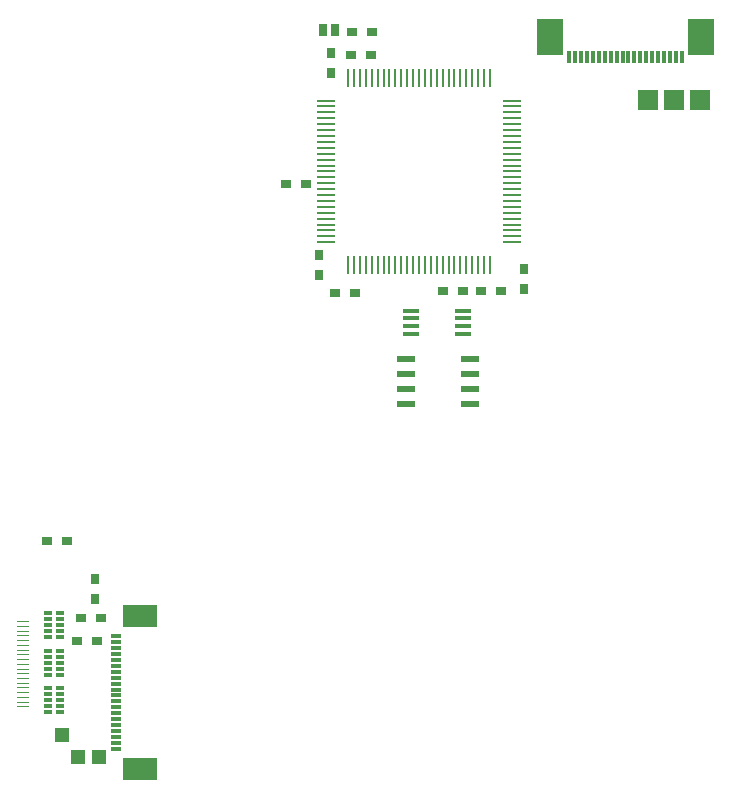
<source format=gtp>
G04 DipTrace 3.3.1.1*
G04 TopPaste.gtp*
%MOIN*%
G04 #@! TF.FileFunction,Paste,Top*
G04 #@! TF.Part,Single*
%AMOUTLINE0*
4,1,4,
0.016,-0.006,
-0.016,-0.006,
-0.016,0.006,
0.016,0.006,
0.016,-0.006,
0*%
%ADD28R,0.045X0.045*%
%ADD29R,0.065X0.065*%
%ADD36R,0.011801X0.043301*%
%ADD37R,0.0906X0.122*%
%ADD39R,0.112X0.075*%
%ADD41R,0.0295X0.011801*%
%ADD42R,0.0295X0.015699*%
%ADD49R,0.011X0.0591*%
%ADD50R,0.0591X0.011*%
%ADD51R,0.031496X0.03937*%
%ADD53R,0.0571X0.017699*%
%ADD55R,0.061X0.0236*%
%ADD102R,0.03937X0.001181*%
%ADD139R,0.035433X0.031496*%
%ADD141R,0.031496X0.035433*%
%ADD150OUTLINE0*%
%FSLAX26Y26*%
G04*
G70*
G90*
G75*
G01*
G04 TopPaste*
%LPD*%
D28*
X841475Y479374D3*
D29*
X2826469Y2669833D3*
D141*
X1644707Y2085563D3*
Y2152492D3*
D139*
X1601469Y2388584D3*
X1534539D3*
X1751514Y2895241D3*
X1818444D3*
X2251469Y2032335D3*
X2184539D3*
X735227Y1198123D3*
X802156D3*
X1695219Y2026084D3*
X1762148D3*
D141*
X1681951Y2758717D3*
Y2825646D3*
D36*
X2812451Y2812450D3*
X2792751Y2812551D3*
X2773052D3*
X2753352D3*
X2733752D3*
X2714051D3*
X2694350D3*
X2674652D3*
X2654951D3*
X2635251D3*
X2615652D3*
X2595951D3*
X2576252D3*
X2556551D3*
X2536850D3*
X2517152D3*
X2497451D3*
X2832152D3*
X2477850D3*
X2851850D3*
D37*
X2917551Y2879450D3*
X2412052D3*
D150*
X966877Y507332D3*
Y527017D3*
Y546702D3*
Y566387D3*
Y586072D3*
Y605757D3*
Y625442D3*
Y645127D3*
Y664812D3*
Y684497D3*
Y704182D3*
Y723867D3*
Y743552D3*
Y763238D3*
Y782923D3*
Y802608D3*
Y822293D3*
Y841978D3*
Y861663D3*
Y881348D3*
D39*
X1047877Y948340D3*
Y440340D3*
D41*
X778976Y629373D3*
Y649073D3*
Y688472D3*
Y708173D3*
X740777Y629373D3*
Y649073D3*
Y688472D3*
Y708173D3*
D42*
X778976Y668773D3*
X740777D3*
D41*
X778976Y754374D3*
Y774075D3*
Y813474D3*
Y833175D3*
X740777Y754374D3*
Y774075D3*
Y813474D3*
Y833175D3*
D42*
X778976Y793774D3*
X740777D3*
D41*
X778976Y879373D3*
Y899073D3*
Y938472D3*
Y958173D3*
X740777Y879373D3*
Y899073D3*
Y938472D3*
Y958173D3*
D42*
X778976Y918773D3*
X740777D3*
D29*
X2738969Y2669833D3*
D28*
X910224Y479374D3*
D29*
X2913967Y2669833D3*
D141*
X2326469Y2038584D3*
Y2105513D3*
D139*
X2057719Y2032335D3*
X2124648D3*
X1750678Y2820340D3*
X1817608D3*
X835227Y866874D3*
X902156D3*
D141*
X897727Y1073122D3*
Y1006193D3*
D139*
X916476Y941871D3*
X849547D3*
D28*
X785227Y554374D3*
D49*
X1740316Y2120232D3*
X1760017D3*
X1779618D3*
X1799316D3*
X1819017D3*
X1838717D3*
X1858419D3*
X1878117D3*
X1897816D3*
X1917417D3*
X1937118D3*
X1956816D3*
X1976517D3*
X1996218D3*
X2015919D3*
X2035617D3*
X2055217D3*
X2074917D3*
X2094617D3*
X2114316D3*
X2134017D3*
X2153718D3*
X2173417D3*
X2193017D3*
X2212717D3*
X1740316Y2742332D3*
X1760017D3*
X1779618D3*
X1799316D3*
X1819017D3*
X1838717D3*
X1858419D3*
X1878117D3*
X1897816D3*
X1917417D3*
X1937118D3*
X1956816D3*
X1976517D3*
X1996218D3*
X2015919D3*
X2035617D3*
X2055217D3*
X2074917D3*
X2094617D3*
X2114316D3*
X2134017D3*
X2153718D3*
X2173417D3*
X2193017D3*
X2212717D3*
D50*
X2287517Y2195033D3*
Y2214734D3*
Y2234430D3*
Y2254133D3*
Y2273833D3*
Y2293530D3*
Y2313231D3*
Y2332832D3*
Y2352533D3*
Y2372231D3*
Y2391932D3*
Y2411633D3*
Y2431333D3*
Y2451030D3*
Y2470631D3*
Y2490332D3*
Y2510030D3*
Y2529731D3*
Y2549432D3*
Y2569133D3*
Y2588734D3*
Y2608430D3*
Y2628131D3*
Y2647833D3*
Y2667530D3*
X1665517Y2195033D3*
Y2214734D3*
Y2234430D3*
Y2254133D3*
Y2273833D3*
Y2293530D3*
Y2313231D3*
Y2332832D3*
Y2352533D3*
Y2372231D3*
Y2391932D3*
Y2411633D3*
Y2431333D3*
Y2451030D3*
Y2470631D3*
Y2490332D3*
Y2510030D3*
Y2529731D3*
Y2549432D3*
Y2569133D3*
Y2588734D3*
Y2608430D3*
Y2628131D3*
Y2647833D3*
Y2667530D3*
D51*
X1657718Y2901084D3*
X1695217D3*
D53*
X1948332Y1967223D3*
Y1941623D3*
Y1916024D3*
Y1890522D3*
X2121531Y1967223D3*
Y1941623D3*
Y1916024D3*
Y1890522D3*
D55*
X2145627Y1656608D3*
Y1706608D3*
Y1756608D3*
Y1806608D3*
X1933026Y1656608D3*
Y1706608D3*
Y1756608D3*
Y1806608D3*
D102*
X657647Y644954D3*
Y660702D3*
Y676450D3*
Y692198D3*
Y707946D3*
Y723694D3*
Y739442D3*
Y755190D3*
Y770938D3*
Y786686D3*
Y802434D3*
Y818182D3*
Y833930D3*
Y849678D3*
Y865427D3*
Y881175D3*
Y896923D3*
Y912671D3*
Y928419D3*
M02*

</source>
